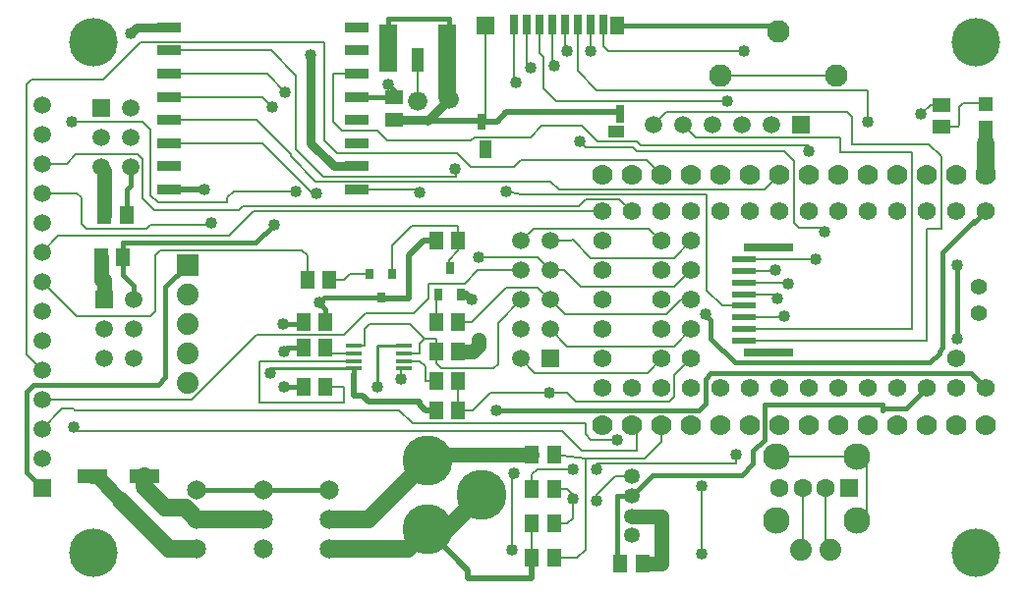
<source format=gtl>
G04 DipTrace 3.3.1.3*
G04 Teensy4.0TouchDisplayLoRa.gtl*
%MOIN*%
G04 #@! TF.FileFunction,Copper,L1,Top*
G04 #@! TF.Part,Single*
%AMOUTLINE4*
4,1,4,
-0.03937,-0.015748,
0.03937,-0.015748,
0.03937,0.015748,
-0.03937,0.015748,
-0.03937,-0.015748,
0*%
%AMOUTLINE5*
4,1,4,
0.03937,0.015748,
-0.03937,0.015748,
-0.03937,-0.015748,
0.03937,-0.015748,
0.03937,0.015748,
0*%
%AMOUTLINE6*
4,1,4,
0.03,0.08,
-0.03,0.08,
-0.03,-0.08,
0.03,-0.08,
0.03,0.08,
0*%
%AMOUTLINE7*
4,1,4,
0.02,0.04,
-0.02,0.04,
-0.02,-0.04,
0.02,-0.04,
0.02,0.04,
0*%
G04 #@! TA.AperFunction,Conductor*
%ADD13C,0.015*%
%ADD14C,0.008*%
%ADD15C,0.01*%
%ADD16C,0.02*%
%ADD17C,0.03*%
%ADD18C,0.06*%
%ADD19C,0.05*%
%ADD21C,0.031496*%
%ADD22C,0.051181*%
G04 #@! TA.AperFunction,ViaPad*
%ADD23C,0.04*%
G04 #@! TA.AperFunction,Conductor*
%ADD27C,0.025591*%
%ADD28C,0.015748*%
%ADD29C,0.005*%
%ADD30C,0.047244*%
G04 #@! TA.AperFunction,ComponentPad*
%ADD33C,0.066*%
%ADD35R,0.1X0.05*%
%ADD36R,0.059055X0.051181*%
%ADD37R,0.051181X0.059055*%
G04 #@! TA.AperFunction,ComponentPad*
%ADD38C,0.17*%
%ADD39R,0.059055X0.059055*%
%ADD40C,0.059055*%
%ADD41C,0.07*%
%ADD42C,0.074*%
%ADD43R,0.027559X0.068898*%
%ADD44R,0.03937X0.061024*%
%ADD45R,0.031496X0.055118*%
%ADD46R,0.031496X0.059055*%
%ADD47R,0.057087X0.03937*%
%ADD48R,0.07874X0.023622*%
%ADD49R,0.165354X0.027559*%
G04 #@! TA.AperFunction,ComponentPad*
%ADD52C,0.076772*%
%ADD53C,0.065199*%
%ADD54C,0.05315*%
%ADD55R,0.047244X0.047244*%
%ADD57R,0.031496X0.035433*%
%ADD59R,0.025591X0.041339*%
G04 #@! TA.AperFunction,ComponentPad*
%ADD61C,0.06194*%
%ADD62C,0.055*%
%ADD63R,0.074X0.074*%
%ADD64R,0.055118X0.015748*%
G04 #@! TA.AperFunction,ComponentPad*
%ADD65R,0.062992X0.062992*%
%ADD66C,0.062992*%
%ADD67C,0.090551*%
G04 #@! TA.AperFunction,ViaPad*
%ADD69C,0.165*%
%ADD145OUTLINE4*%
%ADD146OUTLINE5*%
%ADD147OUTLINE6*%
%ADD148OUTLINE7*%
%FSLAX26Y26*%
G04*
G70*
G90*
G75*
G01*
G04 Top*
%LPD*%
X3599613Y1236707D2*
D13*
Y1487335D1*
X2493700Y703700D2*
X2443485D1*
Y473700D1*
X2456298D1*
X806167Y1368598D2*
Y1416193D1*
X768661Y1453700D1*
Y1512333D1*
Y1562327D1*
X1218613D1*
X1281107Y1624821D1*
X1687314Y2056025D2*
X1615700D1*
Y2058065D1*
X1562598D1*
X1668566Y2099771D2*
X1687314Y2081023D1*
Y2056025D1*
X3493700Y1068700D2*
X3424886Y999886D1*
X3349640D1*
X3343390Y993637D1*
Y1012385D1*
X2943432D1*
Y893648D1*
X2905936Y856151D1*
Y812406D1*
X2868440Y774910D1*
X2564910D1*
X2493700Y703700D1*
X3543700Y2031102D2*
D14*
X3506666D1*
X3475346Y1999781D1*
X987388Y1487335D2*
D13*
X912396Y1412343D1*
Y1106396D1*
X887128Y1081128D1*
X465128D1*
X441700Y1057700D1*
Y783700D1*
X493700Y731700D1*
X1456088Y1293606D2*
Y1336309D1*
X1433700Y1358697D1*
X793700Y1818700D2*
Y1755700D1*
X780970Y1742970D1*
Y1656067D1*
X3693700Y1068700D2*
X3643776Y1118624D1*
X2760624D1*
X2743453Y1101453D1*
Y1015453D1*
X2721700Y993700D1*
X2033700D1*
X1631070Y1074878D2*
D15*
Y1212364D1*
X1723057D1*
X1433700Y1358697D2*
D13*
X1450396Y1375393D1*
X1643700D1*
X1831298Y1568700D2*
D16*
X1787427D1*
X1737309Y1518582D1*
Y1374847D1*
X1644246D1*
X1643700Y1375393D1*
X2874690Y2212259D2*
D14*
X2415141D1*
X2396771Y2230629D1*
Y2304415D1*
X3118414Y1506083D2*
X3093417D1*
Y1506495D1*
X2874015D1*
X2987178Y1374847D2*
X2973640Y1388385D1*
X2874015D1*
X2274752Y2212259D2*
X2266823Y2220188D1*
Y2304428D1*
X2980928Y1468587D2*
X2979466Y1467125D1*
X2874015D1*
X2353700Y2213700D2*
X2353424Y2304415D1*
X2818445Y2043527D2*
X2237256D1*
X2193511Y2087272D1*
Y2193889D1*
X2180222Y2207178D1*
Y2304428D1*
X3012175Y1312354D2*
X3009466Y1309645D1*
X2874015D1*
X2668419Y1962285D2*
X2712165Y1918540D1*
X3199999D1*
Y1868545D1*
X3443380D1*
Y1268608D1*
X3337141D1*
Y1270275D1*
X2874015D1*
X2149766Y2156015D2*
X2136902Y2168878D1*
Y2304428D1*
X2568419Y1962285D2*
X2611834Y2005700D1*
X3225700D1*
X3241700Y1989700D1*
Y1897616D1*
X3501800D1*
X3543369Y1856046D1*
Y1608943D1*
X3493375D1*
Y1230905D1*
X2874015D1*
X2093621Y2304415D2*
Y2106020D1*
X2099771D1*
X1893700Y1813700D2*
Y1797700D1*
X1897700Y1793700D1*
Y1787700D1*
X1449443D1*
X1356099Y1881044D1*
Y2131018D1*
X1271571Y2215545D1*
X924802D1*
X2593700Y1793700D2*
X2543852Y1843548D1*
X2119548D1*
X2095700Y1819700D1*
X1949700D1*
X1901700Y1867700D1*
X1493700D1*
X1449839Y1911561D1*
Y2243700D1*
X827700D1*
X701588Y2117588D1*
X457700D1*
X441700Y2101588D1*
Y1183700D1*
X493700Y1131700D1*
Y1831700D2*
X577700D1*
X609700Y1863700D1*
X819700D1*
X835700Y1847700D1*
Y1713700D1*
X874585Y1674815D1*
X1162369D1*
X1174868Y1687314D1*
X2315314D1*
X2339700Y1711700D1*
X2450700D1*
X2493700Y1668700D1*
X493700Y1531700D2*
X549325Y1587325D1*
X1129325D1*
X1210700Y1668700D1*
X2393700D1*
X2493700Y943700D2*
X2512228D1*
Y856151D1*
X2325570D1*
X2256827Y924894D1*
X612427D1*
X599928Y937393D1*
X2593700Y943700D2*
Y887629D1*
X2537225Y831154D1*
X2337246D1*
Y521246D1*
X2309700Y493700D1*
X2231102D1*
X2337246Y831154D2*
X2231102Y843700D1*
X1712312Y1099876D2*
Y1135592D1*
X1723057D1*
X2118700Y1168700D2*
X2165700Y1121700D1*
X2546700D1*
X2593700Y1168700D1*
X1906102Y1093733D2*
Y993637D1*
X2213700Y1053700D2*
X2275700D1*
X2305700Y1023700D1*
X2621700D1*
X2637700Y1039700D1*
Y1112700D1*
X2693700Y1168700D1*
X1906102Y993637D2*
X1953700D1*
X2013763Y1053700D1*
X2213700D1*
X1318603Y2074773D2*
X1256571Y2136805D1*
X924802D1*
X1274857Y2024779D2*
X1241571Y2058065D1*
X924802D1*
X2218700Y1268700D2*
X2275700Y1211700D1*
X2636700D1*
X2693700Y1268700D1*
X2118700Y1368700D2*
X2041574Y1291574D1*
Y1151700D1*
X2025574Y1135700D1*
X1847700D1*
X1831298Y1152102D1*
Y1193829D1*
Y1235700D1*
X1791700D1*
X1741700Y1285700D1*
X1605700D1*
X1589700Y1269700D1*
Y1212364D1*
X1549829D1*
X1791700Y1235700D2*
X1775700Y1219700D1*
Y1186773D1*
X1723057D1*
X2693700Y1368700D2*
X2662314D1*
X2612217Y1318603D1*
X2268797D1*
X2218700Y1368700D1*
X2175700Y1411700D1*
X2067700D1*
X1949923Y1293923D1*
X1906102D1*
X2118700Y1468700D2*
X1970700D1*
X1926842Y1424842D1*
X1806052D1*
Y1374847D1*
X1756057Y1324852D1*
X1592852D1*
X1517860Y1249860D1*
X1219860D1*
X1001700Y1031700D1*
X493700D1*
X2693700Y1468700D2*
X2638700Y1413700D1*
X2320700D1*
X2265700Y1468700D1*
X2218700D1*
X2173700Y1513700D1*
X1973700D1*
X1068629Y1631070D2*
X1069700Y1624821D1*
X862401D1*
X849280Y1611700D1*
X643700D1*
X627514Y1627886D1*
Y1715700D1*
X611514Y1731700D1*
X493700D1*
X593700Y1973700D2*
X835700D1*
X862401Y1946999D1*
Y1724810D1*
X887398Y1699813D1*
X1122558D1*
Y1716246D1*
X1143621Y1737309D1*
X1356099D1*
X2118700Y1568700D2*
X2161700Y1611700D1*
X2550700D1*
X2593700Y1568700D1*
X2693700D2*
X2636700Y1511700D1*
X2355700D1*
X2293700Y1573700D1*
X2288700Y1568700D1*
X2218700D1*
X2293700Y793700D2*
X2173700D1*
X2156298Y776298D1*
Y727033D1*
X2849692Y843653D2*
Y812406D1*
X2374742D1*
Y793658D1*
X1424842Y1731060D2*
X1412343D1*
X1242818Y1900585D1*
X924802D1*
X3149661Y1599823D2*
Y1612322D1*
X3062170D1*
X3045700Y1628792D1*
Y1841700D1*
X3012606Y1874794D1*
X2512228D1*
X2499729Y1887293D1*
X2337246D1*
X2318498Y1906041D1*
X3093700Y1873700D2*
Y1893543D1*
X2524726D1*
X2512228Y1906041D1*
X2377359D1*
X2323700Y1959700D1*
X2189700D1*
X2151700Y1921700D1*
X1961700D1*
X1949700Y1909700D1*
X1664907D1*
X1631070Y1943537D1*
X1511863D1*
X1481086Y1974314D1*
Y2136805D1*
X1562598D1*
X2993700Y1793700D2*
X2943700Y1743700D1*
X2247700D1*
X2219700Y1771700D1*
X1421697D1*
X1337351Y1856046D1*
Y1862296D1*
X1220322Y1979325D1*
X924802D1*
X2443485Y893648D2*
X2355994D1*
X2337109Y912532D1*
Y949892D1*
X1749808D1*
X1706062Y993637D1*
X606178D1*
X599928Y999886D1*
X561886D1*
X493700Y931700D1*
X1312354Y1287356D2*
D13*
X1381285D1*
Y1293606D1*
X1468587Y724936D2*
X1243611D1*
X1313700Y1193700D2*
X1326115Y1206115D1*
X1381285D1*
X1313700Y1073700D2*
X1314878Y1074878D1*
X1381285D1*
X1243611Y724936D2*
X1018634D1*
X1468587Y524936D2*
D18*
X1736054D1*
X1799802Y588684D1*
X1866731D1*
X1984842Y706794D1*
X1018634Y524936D2*
X924894D1*
X762754Y687077D1*
D19*
X681130Y768700D1*
X666200D1*
X1268608Y1118624D2*
D15*
Y1137372D1*
X1549829D1*
Y1135592D1*
X1868566Y2224758D2*
D18*
Y2056004D1*
X1874794Y2049776D1*
X793700Y2273700D2*
D21*
X814285Y2294285D1*
X924802D1*
X706167Y1368598D2*
D22*
Y1435700D1*
X693857D1*
Y1512333D1*
X1874794Y2049776D2*
D17*
X1802854Y1977835D1*
X1799466Y1981222D1*
X1687314D1*
X693700Y1818700D2*
D22*
X706167Y1806233D1*
Y1656067D1*
X2493700Y633700D2*
X2593469D1*
Y473700D1*
X2531102D1*
X2156298Y493700D2*
D14*
Y610367D1*
X1668566Y2224758D2*
D13*
Y2324747D1*
X1874794D1*
Y2230986D1*
X1868566Y2224758D1*
X1562598Y1821844D2*
D17*
X1484041D1*
X1406094Y1899792D1*
Y2199760D1*
X924802Y1743104D2*
D16*
Y1743558D1*
X1043632D1*
X2743453Y1318603D2*
D13*
X2762201Y1299855D1*
Y1237361D1*
X2843443Y1156120D1*
X3505873D1*
X3537120Y1187367D1*
Y1193616D1*
X3549619Y1206115D1*
Y1531081D1*
X3655857Y1637319D1*
Y1630857D1*
X3693700Y1668700D1*
X1973700Y1233700D2*
D22*
Y1213829D1*
X1953700Y1193829D1*
X1906102D1*
X1949787Y1368598D2*
D27*
X1931473Y1386911D1*
X1914550D1*
X1549829Y1135592D2*
D28*
Y1117718D1*
D16*
Y1043632D1*
X1581075D1*
X1599823Y1024884D1*
X1774805D1*
Y1012385D1*
X1793553Y993637D1*
X1831298D1*
X2983905Y835787D2*
D14*
X3259495D1*
X3291396Y803886D1*
Y653514D1*
X3259495Y621613D1*
X1997125Y2299691D2*
D29*
Y1988457D1*
X1983372Y1974704D1*
D16*
X2037197D1*
X2068524Y2006031D1*
X2448108D1*
X2453818Y2000321D1*
X1802854Y1977835D2*
X1980241D1*
X1983372Y1974704D1*
X2443976Y2299691D2*
D13*
X2971239D1*
X2990306Y2280624D1*
X3693700Y1952361D2*
D30*
Y1898739D1*
D18*
Y1793700D1*
X2156298Y493700D2*
D16*
Y424947D1*
X1937288D1*
Y451199D1*
X1799802Y588684D1*
X1839747Y1386911D2*
D14*
X1831298D1*
Y1293923D1*
X1549829Y1186773D2*
X1456088D1*
Y1206115D1*
X493700Y1431700D2*
X611700Y1313700D1*
X861700D1*
X878315Y1330315D1*
Y1521700D1*
X894315Y1537700D1*
X1375700D1*
X1393595Y1519805D1*
Y1437340D1*
X1768556Y2043527D2*
Y2119700D1*
X1768566Y2119710D1*
Y2184758D1*
X1773700Y1733700D2*
X1764296Y1743104D1*
X1562598D1*
X3543700Y1956298D2*
X3599876D1*
X3605863Y1962285D1*
Y2024779D1*
X3618361Y2037277D1*
X3691461D1*
X3693700Y2035039D1*
X1606298Y1458070D2*
X1537700D1*
X1516970Y1437340D1*
X1468398D1*
X1456088Y1074878D2*
X1518582D1*
Y1018634D1*
X1231112D1*
Y1161183D1*
X1549829D1*
X2231102Y610367D2*
X2276367D1*
X2293700Y627700D1*
Y693700D1*
Y707033D1*
X2273700Y727033D1*
X2231102D1*
X2374742Y687419D2*
Y706167D1*
X2437275Y768700D1*
X2493700D1*
X1831298Y1093733D2*
X1793700D1*
Y1143700D1*
X1776217Y1161183D1*
X1723057D1*
X1877149Y1477462D2*
X1874794D1*
Y1504721D1*
X1906102Y1536028D1*
Y1568700D1*
Y1618571D1*
X1747571D1*
X1681102Y1552102D1*
Y1458070D1*
X2231007Y2162264D2*
X2223516Y2169755D1*
Y2304428D1*
X2068524Y1737309D2*
X2122902Y1727700D1*
X2749703D1*
Y1399844D1*
X2800532Y1349015D1*
X2874015D1*
X3293700Y1973700D2*
Y2081023D1*
X2374742D1*
X2310157Y2145608D1*
Y2304415D1*
X3024674Y1424842D2*
X3021760Y1427755D1*
X2874015D1*
X2730955Y737414D2*
Y506188D1*
X2093522Y781159D2*
X2087272Y774910D1*
Y518687D1*
X3073275Y728700D2*
Y523275D1*
X3068700Y518700D1*
X3152015Y728700D2*
Y535385D1*
X3168700Y518700D1*
X2793456Y2131018D2*
X3187157D1*
X1018634Y624936D2*
D18*
X1243611D1*
X1468587D2*
X1599834D1*
X1799802Y824905D1*
D22*
X1818598Y843700D1*
X2156298D1*
X841200Y768700D2*
D18*
Y733617D1*
X912396Y662422D1*
X981149D1*
X1018634Y624936D1*
D23*
X3599613Y1236707D3*
Y1487335D3*
X3475346Y1999781D3*
X2443485Y893648D3*
X1406094Y2199760D3*
X1043632Y1743558D3*
X2743453Y1318603D3*
X2374742Y687419D3*
X2730955Y737414D3*
Y506188D3*
X2093522Y781159D3*
X2087272Y518687D3*
D69*
X3661417Y511810D3*
X669291D3*
Y2244094D3*
X3661417D3*
D23*
X1268608Y1118624D3*
X793700Y2273700D3*
X1973700Y1233700D3*
X1949787Y1368598D3*
X1281107Y1624821D3*
X1668566Y2099771D3*
X2033700Y993700D3*
X1631070Y1074878D3*
X1433700Y1358697D3*
X2874690Y2212259D3*
X3118414Y1506083D3*
X2987178Y1374847D3*
X2274752Y2212259D3*
X2980928Y1468587D3*
X2353700Y2213700D3*
X2818445Y2043527D3*
X3012175Y1312354D3*
X2149766Y2156015D3*
X2099771Y2106020D3*
X1893700Y1813700D3*
X599928Y937393D3*
X1712312Y1099876D3*
X2213700Y1053700D3*
X1318603Y2074773D3*
X1274857Y2024779D3*
X1973700Y1513700D3*
X1068629Y1631070D3*
X1356099Y1737309D3*
X593700Y1973700D3*
X2293700Y793700D3*
X2374742Y793658D3*
X2849692Y843653D3*
X1424842Y1731060D3*
X2318498Y1906041D3*
X3149661Y1599823D3*
X3093700Y1873700D3*
X1312354Y1287356D3*
X1313700Y1193700D3*
Y1073700D3*
X1773700Y1733700D3*
X2293700Y693700D3*
X2231007Y2162264D3*
X2068524Y1737309D3*
X3024674Y1424842D3*
X3293700Y1973700D3*
D33*
X1768556Y2043527D3*
D35*
X841200Y768700D3*
X666200D3*
D36*
X1687314Y2056025D3*
Y1981222D3*
D37*
X2456298Y473700D3*
X2531102D3*
X706167Y1656067D3*
X780970D3*
X768661Y1512333D3*
X693857D3*
D33*
X1874794Y2049776D3*
D38*
X1799802Y824905D3*
Y588684D3*
X1984842Y706794D3*
D39*
X3068419Y1962285D3*
D40*
X2968419D3*
X2868419D3*
X2768419D3*
X2668419D3*
X2568419D3*
D41*
X3693700Y1793700D3*
X3593700D3*
X3493700D3*
X3393700D3*
X3293700D3*
X3193700D3*
X3093700D3*
X2993700D3*
X2893700D3*
X2793700D3*
X2693700D3*
X2593700D3*
X2493700D3*
X2393700D3*
X3693700Y943700D3*
X3593700D3*
X3493700D3*
X3393700D3*
X3293700D3*
X3193700D3*
X3093700D3*
X2993700D3*
X2893700D3*
X2793700D3*
X2693700D3*
X2593700D3*
X2493700D3*
X2393700D3*
D39*
X2218700Y1168700D3*
D40*
X2118700D3*
X2218700Y1268700D3*
X2118700D3*
X2218700Y1368700D3*
X2118700D3*
X2218700Y1468700D3*
X2118700D3*
X2218700Y1568700D3*
X2118700D3*
D42*
X3068700Y518700D3*
X3168700D3*
D43*
X2396771Y2304415D3*
X2353424D3*
X2310157D3*
X2266823Y2304428D3*
X2223516D3*
X2180222D3*
X2136902D3*
X2093621Y2304415D3*
D37*
X2443976Y2299691D3*
D39*
X1997125D3*
D44*
X1999501Y1879035D3*
D45*
X1983372Y1974704D3*
D46*
X2453818Y2000321D3*
D47*
X2441259Y1941266D3*
D48*
X2874015Y1230905D3*
Y1270275D3*
Y1309645D3*
Y1388385D3*
Y1349015D3*
Y1427755D3*
Y1467125D3*
Y1506495D3*
D49*
X2956692Y1191535D3*
Y1545865D3*
D52*
X3187157Y2131018D3*
X2990306Y2280624D3*
X2793456Y2131018D3*
D53*
X1018634Y524936D3*
Y624936D3*
Y724936D3*
X1243611Y524936D3*
Y624936D3*
Y724936D3*
X1468587Y524936D3*
Y624936D3*
Y724936D3*
D39*
X493700Y731700D3*
D40*
Y831700D3*
Y931700D3*
Y1031700D3*
Y1131700D3*
Y1231700D3*
Y1331700D3*
Y1431700D3*
Y1531700D3*
Y1631700D3*
Y1731700D3*
Y1831700D3*
Y1931700D3*
Y2031700D3*
D54*
X2493700Y568700D3*
Y633700D3*
Y703700D3*
Y768700D3*
D39*
X706167Y1368598D3*
D40*
X806167D3*
X706167Y1268598D3*
X806167D3*
X706167Y1168598D3*
X806167D3*
D39*
X693700Y2018700D3*
D40*
X793700D3*
X693700Y1918700D3*
X793700D3*
X693700Y1818700D3*
X793700D3*
D55*
X3693700Y2035039D3*
Y1952361D3*
D57*
X1681102Y1458070D3*
X1606298D3*
X1643700Y1375393D3*
D59*
X1839747Y1386911D3*
X1914550D3*
X1877149Y1477462D3*
D37*
X2231102Y610367D3*
X2156298D3*
X1906102Y1568700D3*
X1831298D3*
X1393595Y1437340D3*
X1468398D3*
X2231102Y843700D3*
X2156298D3*
D36*
X3543700Y1956298D3*
Y2031102D3*
D37*
X2156298Y493700D3*
X2231102D3*
X1906102Y1293923D3*
X1831298D3*
X1456088Y1293606D3*
X1381285D3*
X1906102Y1193829D3*
X1831298D3*
Y1093733D3*
X1906102D3*
X1456088Y1074878D3*
X1381285D3*
X1456088Y1206115D3*
X1381285D3*
X1831298Y993637D3*
X1906102D3*
X2231102Y727033D3*
X2156298D3*
D145*
X1562598Y1743104D3*
Y1821844D3*
Y1900585D3*
Y1979325D3*
Y2058065D3*
Y2136805D3*
Y2215545D3*
Y2294285D3*
D146*
X924802D3*
Y2215545D3*
Y2136805D3*
Y2058065D3*
Y1979325D3*
Y1900585D3*
Y1821844D3*
Y1743104D3*
D61*
X3693700Y1668700D3*
X3593700D3*
X3493700D3*
X3393700D3*
X3293700D3*
X3193700D3*
X3093700D3*
X2993700D3*
X2893700D3*
X2793700D3*
X2693700D3*
X2593700D3*
X2493700D3*
X2393700D3*
Y1568700D3*
Y1468700D3*
Y1368700D3*
Y1268700D3*
Y1168700D3*
Y1068700D3*
X2493700D3*
X2593700D3*
X2693700D3*
X2793700D3*
X2893700D3*
X2993700D3*
X3093700D3*
X3193700D3*
X3293700D3*
X3393700D3*
X3493700D3*
X3593700D3*
X3693700D3*
X3593700Y1168700D3*
D62*
X3671700Y1323700D3*
D61*
X2693700Y1568700D3*
X2593700Y1468700D3*
Y1368700D3*
D62*
X3671700Y1413700D3*
D61*
X2593700Y1568700D3*
X2693700Y1468700D3*
Y1368700D3*
Y1268700D3*
Y1168700D3*
X2593700Y1268700D3*
Y1168700D3*
D63*
X987388Y1487335D3*
D42*
Y1387335D3*
Y1287335D3*
Y1087335D3*
Y1187335D3*
D64*
X1549829Y1212364D3*
Y1186773D3*
Y1161183D3*
Y1135592D3*
X1723057D3*
Y1161183D3*
Y1186773D3*
Y1212364D3*
D65*
X3230755Y728700D3*
D66*
X3152015D3*
X3073275D3*
X2994535D3*
D67*
X2983905Y621613D3*
Y835787D3*
X3259495Y621613D3*
Y835787D3*
D147*
X1668566Y2224758D3*
X1868566D3*
D148*
X1768566Y2184758D3*
M02*

</source>
